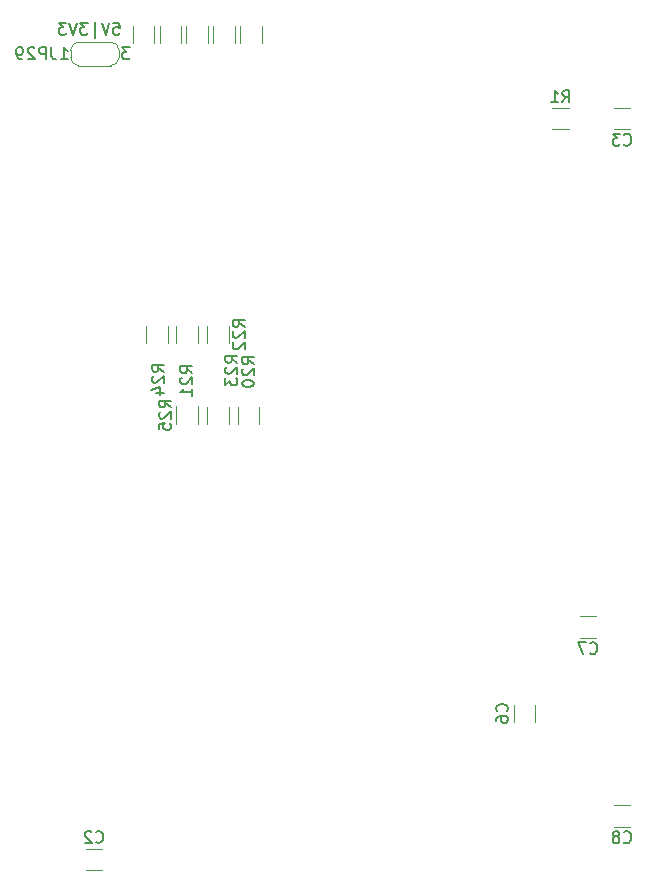
<source format=gbr>
%TF.GenerationSoftware,KiCad,Pcbnew,7.0.11-7.0.11~ubuntu20.04.1*%
%TF.CreationDate,2024-04-16T16:23:03+02:00*%
%TF.ProjectId,z80_schematics,7a38305f-7363-4686-956d-61746963732e,rev?*%
%TF.SameCoordinates,Original*%
%TF.FileFunction,Legend,Bot*%
%TF.FilePolarity,Positive*%
%FSLAX46Y46*%
G04 Gerber Fmt 4.6, Leading zero omitted, Abs format (unit mm)*
G04 Created by KiCad (PCBNEW 7.0.11-7.0.11~ubuntu20.04.1) date 2024-04-16 16:23:03*
%MOMM*%
%LPD*%
G01*
G04 APERTURE LIST*
%ADD10C,0.150000*%
%ADD11C,0.120000*%
G04 APERTURE END LIST*
D10*
X139826830Y-59982219D02*
X140303020Y-59982219D01*
X140303020Y-59982219D02*
X140350639Y-60458409D01*
X140350639Y-60458409D02*
X140303020Y-60410790D01*
X140303020Y-60410790D02*
X140207782Y-60363171D01*
X140207782Y-60363171D02*
X139969687Y-60363171D01*
X139969687Y-60363171D02*
X139874449Y-60410790D01*
X139874449Y-60410790D02*
X139826830Y-60458409D01*
X139826830Y-60458409D02*
X139779211Y-60553647D01*
X139779211Y-60553647D02*
X139779211Y-60791742D01*
X139779211Y-60791742D02*
X139826830Y-60886980D01*
X139826830Y-60886980D02*
X139874449Y-60934600D01*
X139874449Y-60934600D02*
X139969687Y-60982219D01*
X139969687Y-60982219D02*
X140207782Y-60982219D01*
X140207782Y-60982219D02*
X140303020Y-60934600D01*
X140303020Y-60934600D02*
X140350639Y-60886980D01*
X139493496Y-59982219D02*
X139160163Y-60982219D01*
X139160163Y-60982219D02*
X138826830Y-59982219D01*
X138255401Y-61315552D02*
X138255401Y-59886980D01*
X137636353Y-59982219D02*
X137017306Y-59982219D01*
X137017306Y-59982219D02*
X137350639Y-60363171D01*
X137350639Y-60363171D02*
X137207782Y-60363171D01*
X137207782Y-60363171D02*
X137112544Y-60410790D01*
X137112544Y-60410790D02*
X137064925Y-60458409D01*
X137064925Y-60458409D02*
X137017306Y-60553647D01*
X137017306Y-60553647D02*
X137017306Y-60791742D01*
X137017306Y-60791742D02*
X137064925Y-60886980D01*
X137064925Y-60886980D02*
X137112544Y-60934600D01*
X137112544Y-60934600D02*
X137207782Y-60982219D01*
X137207782Y-60982219D02*
X137493496Y-60982219D01*
X137493496Y-60982219D02*
X137588734Y-60934600D01*
X137588734Y-60934600D02*
X137636353Y-60886980D01*
X136731591Y-59982219D02*
X136398258Y-60982219D01*
X136398258Y-60982219D02*
X136064925Y-59982219D01*
X135826829Y-59982219D02*
X135207782Y-59982219D01*
X135207782Y-59982219D02*
X135541115Y-60363171D01*
X135541115Y-60363171D02*
X135398258Y-60363171D01*
X135398258Y-60363171D02*
X135303020Y-60410790D01*
X135303020Y-60410790D02*
X135255401Y-60458409D01*
X135255401Y-60458409D02*
X135207782Y-60553647D01*
X135207782Y-60553647D02*
X135207782Y-60791742D01*
X135207782Y-60791742D02*
X135255401Y-60886980D01*
X135255401Y-60886980D02*
X135303020Y-60934600D01*
X135303020Y-60934600D02*
X135398258Y-60982219D01*
X135398258Y-60982219D02*
X135683972Y-60982219D01*
X135683972Y-60982219D02*
X135779210Y-60934600D01*
X135779210Y-60934600D02*
X135826829Y-60886980D01*
X146504819Y-89654142D02*
X146028628Y-89320809D01*
X146504819Y-89082714D02*
X145504819Y-89082714D01*
X145504819Y-89082714D02*
X145504819Y-89463666D01*
X145504819Y-89463666D02*
X145552438Y-89558904D01*
X145552438Y-89558904D02*
X145600057Y-89606523D01*
X145600057Y-89606523D02*
X145695295Y-89654142D01*
X145695295Y-89654142D02*
X145838152Y-89654142D01*
X145838152Y-89654142D02*
X145933390Y-89606523D01*
X145933390Y-89606523D02*
X145981009Y-89558904D01*
X145981009Y-89558904D02*
X146028628Y-89463666D01*
X146028628Y-89463666D02*
X146028628Y-89082714D01*
X145600057Y-90035095D02*
X145552438Y-90082714D01*
X145552438Y-90082714D02*
X145504819Y-90177952D01*
X145504819Y-90177952D02*
X145504819Y-90416047D01*
X145504819Y-90416047D02*
X145552438Y-90511285D01*
X145552438Y-90511285D02*
X145600057Y-90558904D01*
X145600057Y-90558904D02*
X145695295Y-90606523D01*
X145695295Y-90606523D02*
X145790533Y-90606523D01*
X145790533Y-90606523D02*
X145933390Y-90558904D01*
X145933390Y-90558904D02*
X146504819Y-89987476D01*
X146504819Y-89987476D02*
X146504819Y-90606523D01*
X146504819Y-91558904D02*
X146504819Y-90987476D01*
X146504819Y-91273190D02*
X145504819Y-91273190D01*
X145504819Y-91273190D02*
X145647676Y-91177952D01*
X145647676Y-91177952D02*
X145742914Y-91082714D01*
X145742914Y-91082714D02*
X145790533Y-90987476D01*
X134557923Y-62065819D02*
X134557923Y-62780104D01*
X134557923Y-62780104D02*
X134605542Y-62922961D01*
X134605542Y-62922961D02*
X134700780Y-63018200D01*
X134700780Y-63018200D02*
X134843637Y-63065819D01*
X134843637Y-63065819D02*
X134938875Y-63065819D01*
X134081732Y-63065819D02*
X134081732Y-62065819D01*
X134081732Y-62065819D02*
X133700780Y-62065819D01*
X133700780Y-62065819D02*
X133605542Y-62113438D01*
X133605542Y-62113438D02*
X133557923Y-62161057D01*
X133557923Y-62161057D02*
X133510304Y-62256295D01*
X133510304Y-62256295D02*
X133510304Y-62399152D01*
X133510304Y-62399152D02*
X133557923Y-62494390D01*
X133557923Y-62494390D02*
X133605542Y-62542009D01*
X133605542Y-62542009D02*
X133700780Y-62589628D01*
X133700780Y-62589628D02*
X134081732Y-62589628D01*
X133129351Y-62161057D02*
X133081732Y-62113438D01*
X133081732Y-62113438D02*
X132986494Y-62065819D01*
X132986494Y-62065819D02*
X132748399Y-62065819D01*
X132748399Y-62065819D02*
X132653161Y-62113438D01*
X132653161Y-62113438D02*
X132605542Y-62161057D01*
X132605542Y-62161057D02*
X132557923Y-62256295D01*
X132557923Y-62256295D02*
X132557923Y-62351533D01*
X132557923Y-62351533D02*
X132605542Y-62494390D01*
X132605542Y-62494390D02*
X133176970Y-63065819D01*
X133176970Y-63065819D02*
X132557923Y-63065819D01*
X132081732Y-63065819D02*
X131891256Y-63065819D01*
X131891256Y-63065819D02*
X131796018Y-63018200D01*
X131796018Y-63018200D02*
X131748399Y-62970580D01*
X131748399Y-62970580D02*
X131653161Y-62827723D01*
X131653161Y-62827723D02*
X131605542Y-62637247D01*
X131605542Y-62637247D02*
X131605542Y-62256295D01*
X131605542Y-62256295D02*
X131653161Y-62161057D01*
X131653161Y-62161057D02*
X131700780Y-62113438D01*
X131700780Y-62113438D02*
X131796018Y-62065819D01*
X131796018Y-62065819D02*
X131986494Y-62065819D01*
X131986494Y-62065819D02*
X132081732Y-62113438D01*
X132081732Y-62113438D02*
X132129351Y-62161057D01*
X132129351Y-62161057D02*
X132176970Y-62256295D01*
X132176970Y-62256295D02*
X132176970Y-62494390D01*
X132176970Y-62494390D02*
X132129351Y-62589628D01*
X132129351Y-62589628D02*
X132081732Y-62637247D01*
X132081732Y-62637247D02*
X131986494Y-62684866D01*
X131986494Y-62684866D02*
X131796018Y-62684866D01*
X131796018Y-62684866D02*
X131700780Y-62637247D01*
X131700780Y-62637247D02*
X131653161Y-62589628D01*
X131653161Y-62589628D02*
X131605542Y-62494390D01*
X141190132Y-62065819D02*
X140571085Y-62065819D01*
X140571085Y-62065819D02*
X140904418Y-62446771D01*
X140904418Y-62446771D02*
X140761561Y-62446771D01*
X140761561Y-62446771D02*
X140666323Y-62494390D01*
X140666323Y-62494390D02*
X140618704Y-62542009D01*
X140618704Y-62542009D02*
X140571085Y-62637247D01*
X140571085Y-62637247D02*
X140571085Y-62875342D01*
X140571085Y-62875342D02*
X140618704Y-62970580D01*
X140618704Y-62970580D02*
X140666323Y-63018200D01*
X140666323Y-63018200D02*
X140761561Y-63065819D01*
X140761561Y-63065819D02*
X141047275Y-63065819D01*
X141047275Y-63065819D02*
X141142513Y-63018200D01*
X141142513Y-63018200D02*
X141190132Y-62970580D01*
X135371085Y-63065819D02*
X135942513Y-63065819D01*
X135656799Y-63065819D02*
X135656799Y-62065819D01*
X135656799Y-62065819D02*
X135752037Y-62208676D01*
X135752037Y-62208676D02*
X135847275Y-62303914D01*
X135847275Y-62303914D02*
X135942513Y-62351533D01*
X138344466Y-129319580D02*
X138392085Y-129367200D01*
X138392085Y-129367200D02*
X138534942Y-129414819D01*
X138534942Y-129414819D02*
X138630180Y-129414819D01*
X138630180Y-129414819D02*
X138773037Y-129367200D01*
X138773037Y-129367200D02*
X138868275Y-129271961D01*
X138868275Y-129271961D02*
X138915894Y-129176723D01*
X138915894Y-129176723D02*
X138963513Y-128986247D01*
X138963513Y-128986247D02*
X138963513Y-128843390D01*
X138963513Y-128843390D02*
X138915894Y-128652914D01*
X138915894Y-128652914D02*
X138868275Y-128557676D01*
X138868275Y-128557676D02*
X138773037Y-128462438D01*
X138773037Y-128462438D02*
X138630180Y-128414819D01*
X138630180Y-128414819D02*
X138534942Y-128414819D01*
X138534942Y-128414819D02*
X138392085Y-128462438D01*
X138392085Y-128462438D02*
X138344466Y-128510057D01*
X137963513Y-128510057D02*
X137915894Y-128462438D01*
X137915894Y-128462438D02*
X137820656Y-128414819D01*
X137820656Y-128414819D02*
X137582561Y-128414819D01*
X137582561Y-128414819D02*
X137487323Y-128462438D01*
X137487323Y-128462438D02*
X137439704Y-128510057D01*
X137439704Y-128510057D02*
X137392085Y-128605295D01*
X137392085Y-128605295D02*
X137392085Y-128700533D01*
X137392085Y-128700533D02*
X137439704Y-128843390D01*
X137439704Y-128843390D02*
X138011132Y-129414819D01*
X138011132Y-129414819D02*
X137392085Y-129414819D01*
X144684819Y-92549142D02*
X144208628Y-92215809D01*
X144684819Y-91977714D02*
X143684819Y-91977714D01*
X143684819Y-91977714D02*
X143684819Y-92358666D01*
X143684819Y-92358666D02*
X143732438Y-92453904D01*
X143732438Y-92453904D02*
X143780057Y-92501523D01*
X143780057Y-92501523D02*
X143875295Y-92549142D01*
X143875295Y-92549142D02*
X144018152Y-92549142D01*
X144018152Y-92549142D02*
X144113390Y-92501523D01*
X144113390Y-92501523D02*
X144161009Y-92453904D01*
X144161009Y-92453904D02*
X144208628Y-92358666D01*
X144208628Y-92358666D02*
X144208628Y-91977714D01*
X143780057Y-92930095D02*
X143732438Y-92977714D01*
X143732438Y-92977714D02*
X143684819Y-93072952D01*
X143684819Y-93072952D02*
X143684819Y-93311047D01*
X143684819Y-93311047D02*
X143732438Y-93406285D01*
X143732438Y-93406285D02*
X143780057Y-93453904D01*
X143780057Y-93453904D02*
X143875295Y-93501523D01*
X143875295Y-93501523D02*
X143970533Y-93501523D01*
X143970533Y-93501523D02*
X144113390Y-93453904D01*
X144113390Y-93453904D02*
X144684819Y-92882476D01*
X144684819Y-92882476D02*
X144684819Y-93501523D01*
X143684819Y-94406285D02*
X143684819Y-93930095D01*
X143684819Y-93930095D02*
X144161009Y-93882476D01*
X144161009Y-93882476D02*
X144113390Y-93930095D01*
X144113390Y-93930095D02*
X144065771Y-94025333D01*
X144065771Y-94025333D02*
X144065771Y-94263428D01*
X144065771Y-94263428D02*
X144113390Y-94358666D01*
X144113390Y-94358666D02*
X144161009Y-94406285D01*
X144161009Y-94406285D02*
X144256247Y-94453904D01*
X144256247Y-94453904D02*
X144494342Y-94453904D01*
X144494342Y-94453904D02*
X144589580Y-94406285D01*
X144589580Y-94406285D02*
X144637200Y-94358666D01*
X144637200Y-94358666D02*
X144684819Y-94263428D01*
X144684819Y-94263428D02*
X144684819Y-94025333D01*
X144684819Y-94025333D02*
X144637200Y-93930095D01*
X144637200Y-93930095D02*
X144589580Y-93882476D01*
X151711819Y-88892142D02*
X151235628Y-88558809D01*
X151711819Y-88320714D02*
X150711819Y-88320714D01*
X150711819Y-88320714D02*
X150711819Y-88701666D01*
X150711819Y-88701666D02*
X150759438Y-88796904D01*
X150759438Y-88796904D02*
X150807057Y-88844523D01*
X150807057Y-88844523D02*
X150902295Y-88892142D01*
X150902295Y-88892142D02*
X151045152Y-88892142D01*
X151045152Y-88892142D02*
X151140390Y-88844523D01*
X151140390Y-88844523D02*
X151188009Y-88796904D01*
X151188009Y-88796904D02*
X151235628Y-88701666D01*
X151235628Y-88701666D02*
X151235628Y-88320714D01*
X150807057Y-89273095D02*
X150759438Y-89320714D01*
X150759438Y-89320714D02*
X150711819Y-89415952D01*
X150711819Y-89415952D02*
X150711819Y-89654047D01*
X150711819Y-89654047D02*
X150759438Y-89749285D01*
X150759438Y-89749285D02*
X150807057Y-89796904D01*
X150807057Y-89796904D02*
X150902295Y-89844523D01*
X150902295Y-89844523D02*
X150997533Y-89844523D01*
X150997533Y-89844523D02*
X151140390Y-89796904D01*
X151140390Y-89796904D02*
X151711819Y-89225476D01*
X151711819Y-89225476D02*
X151711819Y-89844523D01*
X150711819Y-90463571D02*
X150711819Y-90558809D01*
X150711819Y-90558809D02*
X150759438Y-90654047D01*
X150759438Y-90654047D02*
X150807057Y-90701666D01*
X150807057Y-90701666D02*
X150902295Y-90749285D01*
X150902295Y-90749285D02*
X151092771Y-90796904D01*
X151092771Y-90796904D02*
X151330866Y-90796904D01*
X151330866Y-90796904D02*
X151521342Y-90749285D01*
X151521342Y-90749285D02*
X151616580Y-90701666D01*
X151616580Y-90701666D02*
X151664200Y-90654047D01*
X151664200Y-90654047D02*
X151711819Y-90558809D01*
X151711819Y-90558809D02*
X151711819Y-90463571D01*
X151711819Y-90463571D02*
X151664200Y-90368333D01*
X151664200Y-90368333D02*
X151616580Y-90320714D01*
X151616580Y-90320714D02*
X151521342Y-90273095D01*
X151521342Y-90273095D02*
X151330866Y-90225476D01*
X151330866Y-90225476D02*
X151092771Y-90225476D01*
X151092771Y-90225476D02*
X150902295Y-90273095D01*
X150902295Y-90273095D02*
X150807057Y-90320714D01*
X150807057Y-90320714D02*
X150759438Y-90368333D01*
X150759438Y-90368333D02*
X150711819Y-90463571D01*
X177839666Y-66706819D02*
X178172999Y-66230628D01*
X178411094Y-66706819D02*
X178411094Y-65706819D01*
X178411094Y-65706819D02*
X178030142Y-65706819D01*
X178030142Y-65706819D02*
X177934904Y-65754438D01*
X177934904Y-65754438D02*
X177887285Y-65802057D01*
X177887285Y-65802057D02*
X177839666Y-65897295D01*
X177839666Y-65897295D02*
X177839666Y-66040152D01*
X177839666Y-66040152D02*
X177887285Y-66135390D01*
X177887285Y-66135390D02*
X177934904Y-66183009D01*
X177934904Y-66183009D02*
X178030142Y-66230628D01*
X178030142Y-66230628D02*
X178411094Y-66230628D01*
X176887285Y-66706819D02*
X177458713Y-66706819D01*
X177172999Y-66706819D02*
X177172999Y-65706819D01*
X177172999Y-65706819D02*
X177268237Y-65849676D01*
X177268237Y-65849676D02*
X177363475Y-65944914D01*
X177363475Y-65944914D02*
X177458713Y-65992533D01*
X180174666Y-113345385D02*
X180222285Y-113393005D01*
X180222285Y-113393005D02*
X180365142Y-113440624D01*
X180365142Y-113440624D02*
X180460380Y-113440624D01*
X180460380Y-113440624D02*
X180603237Y-113393005D01*
X180603237Y-113393005D02*
X180698475Y-113297766D01*
X180698475Y-113297766D02*
X180746094Y-113202528D01*
X180746094Y-113202528D02*
X180793713Y-113012052D01*
X180793713Y-113012052D02*
X180793713Y-112869195D01*
X180793713Y-112869195D02*
X180746094Y-112678719D01*
X180746094Y-112678719D02*
X180698475Y-112583481D01*
X180698475Y-112583481D02*
X180603237Y-112488243D01*
X180603237Y-112488243D02*
X180460380Y-112440624D01*
X180460380Y-112440624D02*
X180365142Y-112440624D01*
X180365142Y-112440624D02*
X180222285Y-112488243D01*
X180222285Y-112488243D02*
X180174666Y-112535862D01*
X179841332Y-112440624D02*
X179174666Y-112440624D01*
X179174666Y-112440624D02*
X179603237Y-113440624D01*
X150941019Y-85717142D02*
X150464828Y-85383809D01*
X150941019Y-85145714D02*
X149941019Y-85145714D01*
X149941019Y-85145714D02*
X149941019Y-85526666D01*
X149941019Y-85526666D02*
X149988638Y-85621904D01*
X149988638Y-85621904D02*
X150036257Y-85669523D01*
X150036257Y-85669523D02*
X150131495Y-85717142D01*
X150131495Y-85717142D02*
X150274352Y-85717142D01*
X150274352Y-85717142D02*
X150369590Y-85669523D01*
X150369590Y-85669523D02*
X150417209Y-85621904D01*
X150417209Y-85621904D02*
X150464828Y-85526666D01*
X150464828Y-85526666D02*
X150464828Y-85145714D01*
X150036257Y-86098095D02*
X149988638Y-86145714D01*
X149988638Y-86145714D02*
X149941019Y-86240952D01*
X149941019Y-86240952D02*
X149941019Y-86479047D01*
X149941019Y-86479047D02*
X149988638Y-86574285D01*
X149988638Y-86574285D02*
X150036257Y-86621904D01*
X150036257Y-86621904D02*
X150131495Y-86669523D01*
X150131495Y-86669523D02*
X150226733Y-86669523D01*
X150226733Y-86669523D02*
X150369590Y-86621904D01*
X150369590Y-86621904D02*
X150941019Y-86050476D01*
X150941019Y-86050476D02*
X150941019Y-86669523D01*
X150036257Y-87050476D02*
X149988638Y-87098095D01*
X149988638Y-87098095D02*
X149941019Y-87193333D01*
X149941019Y-87193333D02*
X149941019Y-87431428D01*
X149941019Y-87431428D02*
X149988638Y-87526666D01*
X149988638Y-87526666D02*
X150036257Y-87574285D01*
X150036257Y-87574285D02*
X150131495Y-87621904D01*
X150131495Y-87621904D02*
X150226733Y-87621904D01*
X150226733Y-87621904D02*
X150369590Y-87574285D01*
X150369590Y-87574285D02*
X150941019Y-87002857D01*
X150941019Y-87002857D02*
X150941019Y-87621904D01*
X150314819Y-88765142D02*
X149838628Y-88431809D01*
X150314819Y-88193714D02*
X149314819Y-88193714D01*
X149314819Y-88193714D02*
X149314819Y-88574666D01*
X149314819Y-88574666D02*
X149362438Y-88669904D01*
X149362438Y-88669904D02*
X149410057Y-88717523D01*
X149410057Y-88717523D02*
X149505295Y-88765142D01*
X149505295Y-88765142D02*
X149648152Y-88765142D01*
X149648152Y-88765142D02*
X149743390Y-88717523D01*
X149743390Y-88717523D02*
X149791009Y-88669904D01*
X149791009Y-88669904D02*
X149838628Y-88574666D01*
X149838628Y-88574666D02*
X149838628Y-88193714D01*
X149410057Y-89146095D02*
X149362438Y-89193714D01*
X149362438Y-89193714D02*
X149314819Y-89288952D01*
X149314819Y-89288952D02*
X149314819Y-89527047D01*
X149314819Y-89527047D02*
X149362438Y-89622285D01*
X149362438Y-89622285D02*
X149410057Y-89669904D01*
X149410057Y-89669904D02*
X149505295Y-89717523D01*
X149505295Y-89717523D02*
X149600533Y-89717523D01*
X149600533Y-89717523D02*
X149743390Y-89669904D01*
X149743390Y-89669904D02*
X150314819Y-89098476D01*
X150314819Y-89098476D02*
X150314819Y-89717523D01*
X149314819Y-90050857D02*
X149314819Y-90669904D01*
X149314819Y-90669904D02*
X149695771Y-90336571D01*
X149695771Y-90336571D02*
X149695771Y-90479428D01*
X149695771Y-90479428D02*
X149743390Y-90574666D01*
X149743390Y-90574666D02*
X149791009Y-90622285D01*
X149791009Y-90622285D02*
X149886247Y-90669904D01*
X149886247Y-90669904D02*
X150124342Y-90669904D01*
X150124342Y-90669904D02*
X150219580Y-90622285D01*
X150219580Y-90622285D02*
X150267200Y-90574666D01*
X150267200Y-90574666D02*
X150314819Y-90479428D01*
X150314819Y-90479428D02*
X150314819Y-90193714D01*
X150314819Y-90193714D02*
X150267200Y-90098476D01*
X150267200Y-90098476D02*
X150219580Y-90050857D01*
X183046666Y-129347385D02*
X183094285Y-129395005D01*
X183094285Y-129395005D02*
X183237142Y-129442624D01*
X183237142Y-129442624D02*
X183332380Y-129442624D01*
X183332380Y-129442624D02*
X183475237Y-129395005D01*
X183475237Y-129395005D02*
X183570475Y-129299766D01*
X183570475Y-129299766D02*
X183618094Y-129204528D01*
X183618094Y-129204528D02*
X183665713Y-129014052D01*
X183665713Y-129014052D02*
X183665713Y-128871195D01*
X183665713Y-128871195D02*
X183618094Y-128680719D01*
X183618094Y-128680719D02*
X183570475Y-128585481D01*
X183570475Y-128585481D02*
X183475237Y-128490243D01*
X183475237Y-128490243D02*
X183332380Y-128442624D01*
X183332380Y-128442624D02*
X183237142Y-128442624D01*
X183237142Y-128442624D02*
X183094285Y-128490243D01*
X183094285Y-128490243D02*
X183046666Y-128537862D01*
X182475237Y-128871195D02*
X182570475Y-128823576D01*
X182570475Y-128823576D02*
X182618094Y-128775957D01*
X182618094Y-128775957D02*
X182665713Y-128680719D01*
X182665713Y-128680719D02*
X182665713Y-128633100D01*
X182665713Y-128633100D02*
X182618094Y-128537862D01*
X182618094Y-128537862D02*
X182570475Y-128490243D01*
X182570475Y-128490243D02*
X182475237Y-128442624D01*
X182475237Y-128442624D02*
X182284761Y-128442624D01*
X182284761Y-128442624D02*
X182189523Y-128490243D01*
X182189523Y-128490243D02*
X182141904Y-128537862D01*
X182141904Y-128537862D02*
X182094285Y-128633100D01*
X182094285Y-128633100D02*
X182094285Y-128680719D01*
X182094285Y-128680719D02*
X182141904Y-128775957D01*
X182141904Y-128775957D02*
X182189523Y-128823576D01*
X182189523Y-128823576D02*
X182284761Y-128871195D01*
X182284761Y-128871195D02*
X182475237Y-128871195D01*
X182475237Y-128871195D02*
X182570475Y-128918814D01*
X182570475Y-128918814D02*
X182618094Y-128966433D01*
X182618094Y-128966433D02*
X182665713Y-129061671D01*
X182665713Y-129061671D02*
X182665713Y-129252147D01*
X182665713Y-129252147D02*
X182618094Y-129347385D01*
X182618094Y-129347385D02*
X182570475Y-129395005D01*
X182570475Y-129395005D02*
X182475237Y-129442624D01*
X182475237Y-129442624D02*
X182284761Y-129442624D01*
X182284761Y-129442624D02*
X182189523Y-129395005D01*
X182189523Y-129395005D02*
X182141904Y-129347385D01*
X182141904Y-129347385D02*
X182094285Y-129252147D01*
X182094285Y-129252147D02*
X182094285Y-129061671D01*
X182094285Y-129061671D02*
X182141904Y-128966433D01*
X182141904Y-128966433D02*
X182189523Y-128918814D01*
X182189523Y-128918814D02*
X182284761Y-128871195D01*
X183046666Y-70281580D02*
X183094285Y-70329200D01*
X183094285Y-70329200D02*
X183237142Y-70376819D01*
X183237142Y-70376819D02*
X183332380Y-70376819D01*
X183332380Y-70376819D02*
X183475237Y-70329200D01*
X183475237Y-70329200D02*
X183570475Y-70233961D01*
X183570475Y-70233961D02*
X183618094Y-70138723D01*
X183618094Y-70138723D02*
X183665713Y-69948247D01*
X183665713Y-69948247D02*
X183665713Y-69805390D01*
X183665713Y-69805390D02*
X183618094Y-69614914D01*
X183618094Y-69614914D02*
X183570475Y-69519676D01*
X183570475Y-69519676D02*
X183475237Y-69424438D01*
X183475237Y-69424438D02*
X183332380Y-69376819D01*
X183332380Y-69376819D02*
X183237142Y-69376819D01*
X183237142Y-69376819D02*
X183094285Y-69424438D01*
X183094285Y-69424438D02*
X183046666Y-69472057D01*
X182713332Y-69376819D02*
X182094285Y-69376819D01*
X182094285Y-69376819D02*
X182427618Y-69757771D01*
X182427618Y-69757771D02*
X182284761Y-69757771D01*
X182284761Y-69757771D02*
X182189523Y-69805390D01*
X182189523Y-69805390D02*
X182141904Y-69853009D01*
X182141904Y-69853009D02*
X182094285Y-69948247D01*
X182094285Y-69948247D02*
X182094285Y-70186342D01*
X182094285Y-70186342D02*
X182141904Y-70281580D01*
X182141904Y-70281580D02*
X182189523Y-70329200D01*
X182189523Y-70329200D02*
X182284761Y-70376819D01*
X182284761Y-70376819D02*
X182570475Y-70376819D01*
X182570475Y-70376819D02*
X182665713Y-70329200D01*
X182665713Y-70329200D02*
X182713332Y-70281580D01*
X144091819Y-89527142D02*
X143615628Y-89193809D01*
X144091819Y-88955714D02*
X143091819Y-88955714D01*
X143091819Y-88955714D02*
X143091819Y-89336666D01*
X143091819Y-89336666D02*
X143139438Y-89431904D01*
X143139438Y-89431904D02*
X143187057Y-89479523D01*
X143187057Y-89479523D02*
X143282295Y-89527142D01*
X143282295Y-89527142D02*
X143425152Y-89527142D01*
X143425152Y-89527142D02*
X143520390Y-89479523D01*
X143520390Y-89479523D02*
X143568009Y-89431904D01*
X143568009Y-89431904D02*
X143615628Y-89336666D01*
X143615628Y-89336666D02*
X143615628Y-88955714D01*
X143187057Y-89908095D02*
X143139438Y-89955714D01*
X143139438Y-89955714D02*
X143091819Y-90050952D01*
X143091819Y-90050952D02*
X143091819Y-90289047D01*
X143091819Y-90289047D02*
X143139438Y-90384285D01*
X143139438Y-90384285D02*
X143187057Y-90431904D01*
X143187057Y-90431904D02*
X143282295Y-90479523D01*
X143282295Y-90479523D02*
X143377533Y-90479523D01*
X143377533Y-90479523D02*
X143520390Y-90431904D01*
X143520390Y-90431904D02*
X144091819Y-89860476D01*
X144091819Y-89860476D02*
X144091819Y-90479523D01*
X143425152Y-91336666D02*
X144091819Y-91336666D01*
X143044200Y-91098571D02*
X143758485Y-90860476D01*
X143758485Y-90860476D02*
X143758485Y-91479523D01*
X173134580Y-118286138D02*
X173182200Y-118238519D01*
X173182200Y-118238519D02*
X173229819Y-118095662D01*
X173229819Y-118095662D02*
X173229819Y-118000424D01*
X173229819Y-118000424D02*
X173182200Y-117857567D01*
X173182200Y-117857567D02*
X173086961Y-117762329D01*
X173086961Y-117762329D02*
X172991723Y-117714710D01*
X172991723Y-117714710D02*
X172801247Y-117667091D01*
X172801247Y-117667091D02*
X172658390Y-117667091D01*
X172658390Y-117667091D02*
X172467914Y-117714710D01*
X172467914Y-117714710D02*
X172372676Y-117762329D01*
X172372676Y-117762329D02*
X172277438Y-117857567D01*
X172277438Y-117857567D02*
X172229819Y-118000424D01*
X172229819Y-118000424D02*
X172229819Y-118095662D01*
X172229819Y-118095662D02*
X172277438Y-118238519D01*
X172277438Y-118238519D02*
X172325057Y-118286138D01*
X172229819Y-119143281D02*
X172229819Y-118952805D01*
X172229819Y-118952805D02*
X172277438Y-118857567D01*
X172277438Y-118857567D02*
X172325057Y-118809948D01*
X172325057Y-118809948D02*
X172467914Y-118714710D01*
X172467914Y-118714710D02*
X172658390Y-118667091D01*
X172658390Y-118667091D02*
X173039342Y-118667091D01*
X173039342Y-118667091D02*
X173134580Y-118714710D01*
X173134580Y-118714710D02*
X173182200Y-118762329D01*
X173182200Y-118762329D02*
X173229819Y-118857567D01*
X173229819Y-118857567D02*
X173229819Y-119048043D01*
X173229819Y-119048043D02*
X173182200Y-119143281D01*
X173182200Y-119143281D02*
X173134580Y-119190900D01*
X173134580Y-119190900D02*
X173039342Y-119238519D01*
X173039342Y-119238519D02*
X172801247Y-119238519D01*
X172801247Y-119238519D02*
X172706009Y-119190900D01*
X172706009Y-119190900D02*
X172658390Y-119143281D01*
X172658390Y-119143281D02*
X172610771Y-119048043D01*
X172610771Y-119048043D02*
X172610771Y-118857567D01*
X172610771Y-118857567D02*
X172658390Y-118762329D01*
X172658390Y-118762329D02*
X172706009Y-118714710D01*
X172706009Y-118714710D02*
X172801247Y-118667091D01*
D11*
%TO.C,R21*%
X145140000Y-87087064D02*
X145140000Y-85632936D01*
X146960000Y-87087064D02*
X146960000Y-85632936D01*
%TO.C,JP29*%
X136206800Y-62311000D02*
X136206800Y-62911000D01*
X136856800Y-63611000D02*
X139656800Y-63611000D01*
X139656800Y-61611000D02*
X136856800Y-61611000D01*
X140306800Y-62911000D02*
X140306800Y-62311000D01*
X136906800Y-61611000D02*
G75*
G03*
X136206800Y-62311000I-1J-699999D01*
G01*
X136206800Y-62911000D02*
G75*
G03*
X136906800Y-63611000I699999J-1D01*
G01*
X140306800Y-62311000D02*
G75*
G03*
X139606800Y-61611000I-700000J0D01*
G01*
X139606800Y-63611000D02*
G75*
G03*
X140306800Y-62911000I0J700000D01*
G01*
%TO.C,C2*%
X138889052Y-131720000D02*
X137466548Y-131720000D01*
X138889052Y-129900000D02*
X137466548Y-129900000D01*
%TO.C,R9*%
X143743000Y-61687064D02*
X143743000Y-60232936D01*
X145563000Y-61687064D02*
X145563000Y-60232936D01*
%TO.C,R12*%
X141457000Y-61687064D02*
X141457000Y-60232936D01*
X143277000Y-61687064D02*
X143277000Y-60232936D01*
%TO.C,R11*%
X145987000Y-61687064D02*
X145987000Y-60232936D01*
X147807000Y-61687064D02*
X147807000Y-60232936D01*
%TO.C,R25*%
X146960000Y-92464936D02*
X146960000Y-93919064D01*
X145140000Y-92464936D02*
X145140000Y-93919064D01*
%TO.C,R20*%
X152167000Y-92490936D02*
X152167000Y-93945064D01*
X150347000Y-92490936D02*
X150347000Y-93945064D01*
%TO.C,R1*%
X178400064Y-68982000D02*
X176945936Y-68982000D01*
X178400064Y-67162000D02*
X176945936Y-67162000D01*
%TO.C,C7*%
X179296748Y-110225805D02*
X180719252Y-110225805D01*
X179296748Y-112045805D02*
X180719252Y-112045805D01*
%TO.C,R22*%
X147756200Y-87087064D02*
X147756200Y-85632936D01*
X149576200Y-87087064D02*
X149576200Y-85632936D01*
%TO.C,R23*%
X149576200Y-92490936D02*
X149576200Y-93945064D01*
X147756200Y-92490936D02*
X147756200Y-93945064D01*
%TO.C,R8*%
X150559000Y-61687064D02*
X150559000Y-60232936D01*
X152379000Y-61687064D02*
X152379000Y-60232936D01*
%TO.C,C8*%
X182168748Y-126227805D02*
X183591252Y-126227805D01*
X182168748Y-128047805D02*
X183591252Y-128047805D01*
%TO.C,C3*%
X182168748Y-67162000D02*
X183591252Y-67162000D01*
X182168748Y-68982000D02*
X183591252Y-68982000D01*
%TO.C,R24*%
X142600000Y-87087064D02*
X142600000Y-85632936D01*
X144420000Y-87087064D02*
X144420000Y-85632936D01*
%TO.C,C6*%
X175535000Y-117741553D02*
X175535000Y-119164057D01*
X173715000Y-117741553D02*
X173715000Y-119164057D01*
%TO.C,R10*%
X148273000Y-61687064D02*
X148273000Y-60232936D01*
X150093000Y-61687064D02*
X150093000Y-60232936D01*
%TD*%
M02*

</source>
